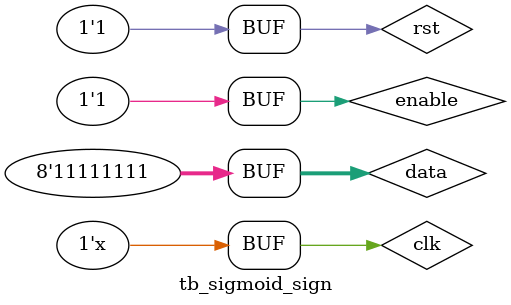
<source format=v>
`timescale 1ns / 1ps

// unsigned code should use the 2's complement

module tb_sigmoid_sign(
    );
    
    reg clk;
    reg rst;
    reg enable;
    reg signed [7:0]   data;
    wire signed [7:0]   dataOut;
    wire ready;
    
    
    sigmoid_sign    tb_0(
    .iClk(clk),
    .iRst(rst),
    
    //data 
    .data(data),
    .dataOut(dataOut),    
    
    //control,
    .enable(enable),
    .rdy(ready)
    );
    
    initial
    begin
        clk =  0;
        rst =  0;
        #1  rst =   1;
        #1  rst =   0;
        #1  rst =   1;
        enable  =   1;
        #15 data=8'sb00000000;
        #15 data=8'sb00000001;
        #15 data=8'sb00000010;
        #15 data=8'sb00000011;
        #15 data=8'sb00000100;
        #15 data=8'sb00000101;
        #15 data=8'sb00000110;
        #15 data=8'sb00000111;
        #15 data=8'sb00001000;
        #15 data=8'sb00001001;
        #15 data=8'sb00001010;
        #15 data=8'sb00001011;
        #15 data=8'sb00001100;
        #15 data=8'sb00001101;
        #15 data=8'sb00001110;
        #15 data=8'sb00001111;
        #15 data=8'sb00010000;
        #15 data=8'sb00010001;
        #15 data=8'sb00010010;
        #15 data=8'sb00010011;
        #15 data=8'sb00010100;
        #15 data=8'sb00010101;
        #15 data=8'sb00010110;
        #15 data=8'sb00010111;
        #15 data=8'sb00011000;
        #15 data=8'sb00011001;
        #15 data=8'sb00011010;
        #15 data=8'sb00011011;
        #15 data=8'sb00011100;
        #15 data=8'sb00011101;
        #15 data=8'sb00011110;
        #15 data=8'sb00011111;
        #15 data=8'sb00100000;
        #15 data=8'sb00100001;
        #15 data=8'sb00100010;
        #15 data=8'sb00100011;
        #15 data=8'sb00100100;
        #15 data=8'sb00100101;
        #15 data=8'sb00100110;
        #15 data=8'sb00100111;
        #15 data=8'sb00101000;
        #15 data=8'sb00101001;
        #15 data=8'sb00101010;
        #15 data=8'sb00101011;
        #15 data=8'sb00101100;
        #15 data=8'sb00101101;
        #15 data=8'sb00101110;
        #15 data=8'sb00101111;
        #15 data=8'sb00110000;
        #15 data=8'sb00110001;
        #15 data=8'sb00110010;
        #15 data=8'sb00110011;
        #15 data=8'sb00110100;
        #15 data=8'sb00110101;
        #15 data=8'sb00110110;
        #15 data=8'sb00110111;
        #15 data=8'sb00111000;
        #15 data=8'sb00111001;
        #15 data=8'sb00111010;
        #15 data=8'sb00111011;
        #15 data=8'sb00111100;
        #15 data=8'sb00111101;
        #15 data=8'sb00111110;
        #15 data=8'sb00111111;
        #15 data=8'sb01000000;
        #15 data=8'sb01000001;
        #15 data=8'sb01000010;
        #15 data=8'sb01000011;
        #15 data=8'sb01000100;
        #15 data=8'sb01000101;
        #15 data=8'sb01000110;
        #15 data=8'sb01000111;
        #15 data=8'sb01001000;
        #15 data=8'sb01001001;
        #15 data=8'sb01001010;
        #15 data=8'sb01001011;
        #15 data=8'sb01001100;
        #15 data=8'sb01001101;
        #15 data=8'sb01001110;
        #15 data=8'sb01001111;
        #15 data=8'sb01010000;
        #15 data=8'sb01010001;
        #15 data=8'sb01010010;
        #15 data=8'sb01010011;
        #15 data=8'sb01010100;
        #15 data=8'sb01010101;
        #15 data=8'sb01010110;
        #15 data=8'sb01010111;
        #15 data=8'sb01011000;
        #15 data=8'sb01011001;
        #15 data=8'sb01011010;
        #15 data=8'sb01011011;
        #15 data=8'sb01011100;
        #15 data=8'sb01011101;
        #15 data=8'sb01011110;
        #15 data=8'sb01011111;
        #15 data=8'sb01100000;
        #15 data=8'sb01100001;
        #15 data=8'sb01100010;
        #15 data=8'sb01100011;
        #15 data=8'sb01100100;
        #15 data=8'sb01100101;
        #15 data=8'sb01100110;
        #15 data=8'sb01100111;
        #15 data=8'sb01101000;
        #15 data=8'sb01101001;
        #15 data=8'sb01101010;
        #15 data=8'sb01101011;
        #15 data=8'sb01101100;
        #15 data=8'sb01101101;
        #15 data=8'sb01101110;
        #15 data=8'sb01101111;
        #15 data=8'sb01110000;
        #15 data=8'sb01110001;
        #15 data=8'sb01110010;
        #15 data=8'sb01110011;
        #15 data=8'sb01110100;
        #15 data=8'sb01110101;
        #15 data=8'sb01110110;
        #15 data=8'sb01110111;
        #15 data=8'sb01111000;
        #15 data=8'sb01111001;
        #15 data=8'sb01111010;
        #15 data=8'sb01111011;
        #15 data=8'sb01111100;
        #15 data=8'sb01111101;
        #15 data=8'sb01111110;
        #15 data=8'sb01111111;
        #15 data=8'sb10000000;
        #15 data=8'sb10000001;
        #15 data=8'sb10000010;
        #15 data=8'sb10000011;
        #15 data=8'sb10000100;
        #15 data=8'sb10000101;
        #15 data=8'sb10000110;
        #15 data=8'sb10000111;
        #15 data=8'sb10001000;
        #15 data=8'sb10001001;
        #15 data=8'sb10001010;
        #15 data=8'sb10001011;
        #15 data=8'sb10001100;
        #15 data=8'sb10001101;
        #15 data=8'sb10001110;
        #15 data=8'sb10001111;
        #15 data=8'sb10010000;
        #15 data=8'sb10010001;
        #15 data=8'sb10010010;
        #15 data=8'sb10010011;
        #15 data=8'sb10010100;
        #15 data=8'sb10010101;
        #15 data=8'sb10010110;
        #15 data=8'sb10010111;
        #15 data=8'sb10011000;
        #15 data=8'sb10011001;
        #15 data=8'sb10011010;
        #15 data=8'sb10011011;
        #15 data=8'sb10011100;
        #15 data=8'sb10011101;
        #15 data=8'sb10011110;
        #15 data=8'sb10011111;
        #15 data=8'sb10100000;
        #15 data=8'sb10100001;
        #15 data=8'sb10100010;
        #15 data=8'sb10100011;
        #15 data=8'sb10100100;
        #15 data=8'sb10100101;
        #15 data=8'sb10100110;
        #15 data=8'sb10100111;
        #15 data=8'sb10101000;
        #15 data=8'sb10101001;
        #15 data=8'sb10101010;
        #15 data=8'sb10101011;
        #15 data=8'sb10101100;
        #15 data=8'sb10101101;
        #15 data=8'sb10101110;
        #15 data=8'sb10101111;
        #15 data=8'sb10110000;
        #15 data=8'sb10110001;
        #15 data=8'sb10110010;
        #15 data=8'sb10110011;
        #15 data=8'sb10110100;
        #15 data=8'sb10110101;
        #15 data=8'sb10110110;
        #15 data=8'sb10110111;
        #15 data=8'sb10111000;
        #15 data=8'sb10111001;
        #15 data=8'sb10111010;
        #15 data=8'sb10111011;
        #15 data=8'sb10111100;
        #15 data=8'sb10111101;
        #15 data=8'sb10111110;
        #15 data=8'sb10111111;
        #15 data=8'sb11000000;
        #15 data=8'sb11000001;
        #15 data=8'sb11000010;
        #15 data=8'sb11000011;
        #15 data=8'sb11000100;
        #15 data=8'sb11000101;
        #15 data=8'sb11000110;
        #15 data=8'sb11000111;
        #15 data=8'sb11001000;
        #15 data=8'sb11001001;
        #15 data=8'sb11001010;
        #15 data=8'sb11001011;
        #15 data=8'sb11001100;
        #15 data=8'sb11001101;
        #15 data=8'sb11001110;
        #15 data=8'sb11001111;
        #15 data=8'sb11010000;
        #15 data=8'sb11010001;
        #15 data=8'sb11010010;
        #15 data=8'sb11010011;
        #15 data=8'sb11010100;
        #15 data=8'sb11010101;
        #15 data=8'sb11010110;
        #15 data=8'sb11010111;
        #15 data=8'sb11011000;
        #15 data=8'sb11011001;
        #15 data=8'sb11011010;
        #15 data=8'sb11011011;
        #15 data=8'sb11011100;
        #15 data=8'sb11011101;
        #15 data=8'sb11011110;
        #15 data=8'sb11011111;
        #15 data=8'sb11100000;
        #15 data=8'sb11100001;
        #15 data=8'sb11100010;
        #15 data=8'sb11100011;
        #15 data=8'sb11100100;
        #15 data=8'sb11100101;
        #15 data=8'sb11100110;
        #15 data=8'sb11100111;
        #15 data=8'sb11101000;
        #15 data=8'sb11101001;
        #15 data=8'sb11101010;
        #15 data=8'sb11101011;
        #15 data=8'sb11101100;
        #15 data=8'sb11101101;
        #15 data=8'sb11101110;
        #15 data=8'sb11101111;
        #15 data=8'sb11110000;
        #15 data=8'sb11110001;
        #15 data=8'sb11110010;
        #15 data=8'sb11110011;
        #15 data=8'sb11110100;
        #15 data=8'sb11110101;
        #15 data=8'sb11110110;
        #15 data=8'sb11110111;
        #15 data=8'sb11111000;
        #15 data=8'sb11111001;
        #15 data=8'sb11111010;
        #15 data=8'sb11111011;
        #15 data=8'sb11111100;
        #15 data=8'sb11111101;
        #15 data=8'sb11111110;
        #15 data=8'sb11111111;


    end
    
    always # 5 clk = ~ clk;
    
endmodule

</source>
